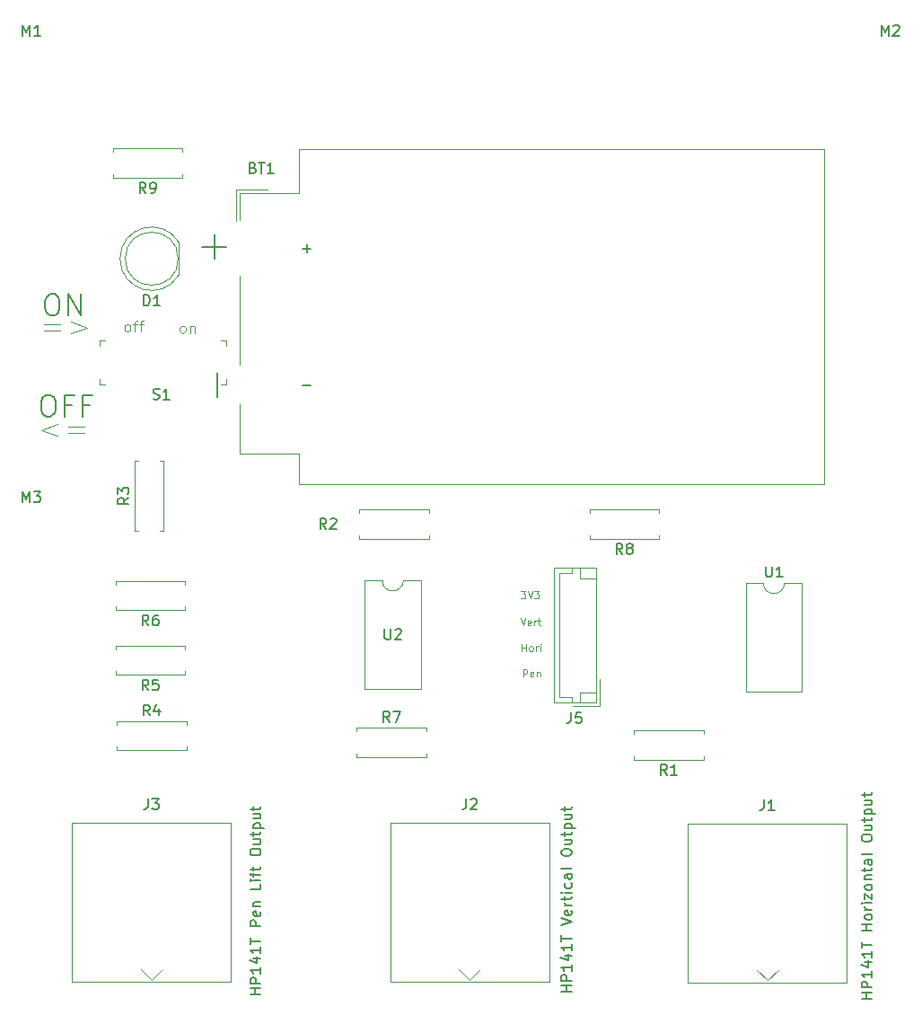
<source format=gto>
%TF.GenerationSoftware,KiCad,Pcbnew,7.0.11-7.0.11~ubuntu22.04.1*%
%TF.CreationDate,2025-04-04T02:52:59+02:00*%
%TF.ProjectId,signal-conditioning-pcb,7369676e-616c-42d6-936f-6e646974696f,rev?*%
%TF.SameCoordinates,Original*%
%TF.FileFunction,Legend,Top*%
%TF.FilePolarity,Positive*%
%FSLAX46Y46*%
G04 Gerber Fmt 4.6, Leading zero omitted, Abs format (unit mm)*
G04 Created by KiCad (PCBNEW 7.0.11-7.0.11~ubuntu22.04.1) date 2025-04-04 02:52:59*
%MOMM*%
%LPD*%
G01*
G04 APERTURE LIST*
%ADD10C,0.100000*%
%ADD11C,0.200000*%
%ADD12C,0.150000*%
%ADD13C,0.120000*%
G04 APERTURE END LIST*
D10*
X145774455Y-94397133D02*
X145774455Y-93697133D01*
X145774455Y-93697133D02*
X146041122Y-93697133D01*
X146041122Y-93697133D02*
X146107789Y-93730466D01*
X146107789Y-93730466D02*
X146141122Y-93763800D01*
X146141122Y-93763800D02*
X146174455Y-93830466D01*
X146174455Y-93830466D02*
X146174455Y-93930466D01*
X146174455Y-93930466D02*
X146141122Y-93997133D01*
X146141122Y-93997133D02*
X146107789Y-94030466D01*
X146107789Y-94030466D02*
X146041122Y-94063800D01*
X146041122Y-94063800D02*
X145774455Y-94063800D01*
X146741122Y-94363800D02*
X146674455Y-94397133D01*
X146674455Y-94397133D02*
X146541122Y-94397133D01*
X146541122Y-94397133D02*
X146474455Y-94363800D01*
X146474455Y-94363800D02*
X146441122Y-94297133D01*
X146441122Y-94297133D02*
X146441122Y-94030466D01*
X146441122Y-94030466D02*
X146474455Y-93963800D01*
X146474455Y-93963800D02*
X146541122Y-93930466D01*
X146541122Y-93930466D02*
X146674455Y-93930466D01*
X146674455Y-93930466D02*
X146741122Y-93963800D01*
X146741122Y-93963800D02*
X146774455Y-94030466D01*
X146774455Y-94030466D02*
X146774455Y-94097133D01*
X146774455Y-94097133D02*
X146441122Y-94163800D01*
X147074455Y-93930466D02*
X147074455Y-94397133D01*
X147074455Y-93997133D02*
X147107789Y-93963800D01*
X147107789Y-93963800D02*
X147174455Y-93930466D01*
X147174455Y-93930466D02*
X147274455Y-93930466D01*
X147274455Y-93930466D02*
X147341122Y-93963800D01*
X147341122Y-93963800D02*
X147374455Y-94030466D01*
X147374455Y-94030466D02*
X147374455Y-94397133D01*
X145647455Y-91984133D02*
X145647455Y-91284133D01*
X145647455Y-91617466D02*
X146047455Y-91617466D01*
X146047455Y-91984133D02*
X146047455Y-91284133D01*
X146480788Y-91984133D02*
X146414122Y-91950800D01*
X146414122Y-91950800D02*
X146380788Y-91917466D01*
X146380788Y-91917466D02*
X146347455Y-91850800D01*
X146347455Y-91850800D02*
X146347455Y-91650800D01*
X146347455Y-91650800D02*
X146380788Y-91584133D01*
X146380788Y-91584133D02*
X146414122Y-91550800D01*
X146414122Y-91550800D02*
X146480788Y-91517466D01*
X146480788Y-91517466D02*
X146580788Y-91517466D01*
X146580788Y-91517466D02*
X146647455Y-91550800D01*
X146647455Y-91550800D02*
X146680788Y-91584133D01*
X146680788Y-91584133D02*
X146714122Y-91650800D01*
X146714122Y-91650800D02*
X146714122Y-91850800D01*
X146714122Y-91850800D02*
X146680788Y-91917466D01*
X146680788Y-91917466D02*
X146647455Y-91950800D01*
X146647455Y-91950800D02*
X146580788Y-91984133D01*
X146580788Y-91984133D02*
X146480788Y-91984133D01*
X147014121Y-91984133D02*
X147014121Y-91517466D01*
X147014121Y-91650800D02*
X147047455Y-91584133D01*
X147047455Y-91584133D02*
X147080788Y-91550800D01*
X147080788Y-91550800D02*
X147147455Y-91517466D01*
X147147455Y-91517466D02*
X147214121Y-91517466D01*
X147447454Y-91984133D02*
X147447454Y-91517466D01*
X147447454Y-91284133D02*
X147414121Y-91317466D01*
X147414121Y-91317466D02*
X147447454Y-91350800D01*
X147447454Y-91350800D02*
X147480788Y-91317466D01*
X147480788Y-91317466D02*
X147447454Y-91284133D01*
X147447454Y-91284133D02*
X147447454Y-91350800D01*
X145547455Y-88871133D02*
X145780789Y-89571133D01*
X145780789Y-89571133D02*
X146014122Y-88871133D01*
X146514122Y-89537800D02*
X146447455Y-89571133D01*
X146447455Y-89571133D02*
X146314122Y-89571133D01*
X146314122Y-89571133D02*
X146247455Y-89537800D01*
X146247455Y-89537800D02*
X146214122Y-89471133D01*
X146214122Y-89471133D02*
X146214122Y-89204466D01*
X146214122Y-89204466D02*
X146247455Y-89137800D01*
X146247455Y-89137800D02*
X146314122Y-89104466D01*
X146314122Y-89104466D02*
X146447455Y-89104466D01*
X146447455Y-89104466D02*
X146514122Y-89137800D01*
X146514122Y-89137800D02*
X146547455Y-89204466D01*
X146547455Y-89204466D02*
X146547455Y-89271133D01*
X146547455Y-89271133D02*
X146214122Y-89337800D01*
X146847455Y-89571133D02*
X146847455Y-89104466D01*
X146847455Y-89237800D02*
X146880789Y-89171133D01*
X146880789Y-89171133D02*
X146914122Y-89137800D01*
X146914122Y-89137800D02*
X146980789Y-89104466D01*
X146980789Y-89104466D02*
X147047455Y-89104466D01*
X147180788Y-89104466D02*
X147447455Y-89104466D01*
X147280788Y-88871133D02*
X147280788Y-89471133D01*
X147280788Y-89471133D02*
X147314122Y-89537800D01*
X147314122Y-89537800D02*
X147380788Y-89571133D01*
X147380788Y-89571133D02*
X147447455Y-89571133D01*
X145580789Y-86331133D02*
X146014122Y-86331133D01*
X146014122Y-86331133D02*
X145780789Y-86597800D01*
X145780789Y-86597800D02*
X145880789Y-86597800D01*
X145880789Y-86597800D02*
X145947455Y-86631133D01*
X145947455Y-86631133D02*
X145980789Y-86664466D01*
X145980789Y-86664466D02*
X146014122Y-86731133D01*
X146014122Y-86731133D02*
X146014122Y-86897800D01*
X146014122Y-86897800D02*
X145980789Y-86964466D01*
X145980789Y-86964466D02*
X145947455Y-86997800D01*
X145947455Y-86997800D02*
X145880789Y-87031133D01*
X145880789Y-87031133D02*
X145680789Y-87031133D01*
X145680789Y-87031133D02*
X145614122Y-86997800D01*
X145614122Y-86997800D02*
X145580789Y-86964466D01*
X146214122Y-86331133D02*
X146447456Y-87031133D01*
X146447456Y-87031133D02*
X146680789Y-86331133D01*
X146847456Y-86331133D02*
X147280789Y-86331133D01*
X147280789Y-86331133D02*
X147047456Y-86597800D01*
X147047456Y-86597800D02*
X147147456Y-86597800D01*
X147147456Y-86597800D02*
X147214122Y-86631133D01*
X147214122Y-86631133D02*
X147247456Y-86664466D01*
X147247456Y-86664466D02*
X147280789Y-86731133D01*
X147280789Y-86731133D02*
X147280789Y-86897800D01*
X147280789Y-86897800D02*
X147247456Y-86964466D01*
X147247456Y-86964466D02*
X147214122Y-86997800D01*
X147214122Y-86997800D02*
X147147456Y-87031133D01*
X147147456Y-87031133D02*
X146947456Y-87031133D01*
X146947456Y-87031133D02*
X146880789Y-86997800D01*
X146880789Y-86997800D02*
X146847456Y-86964466D01*
D11*
X178683219Y-124725326D02*
X177683219Y-124725326D01*
X178159409Y-124725326D02*
X178159409Y-124153898D01*
X178683219Y-124153898D02*
X177683219Y-124153898D01*
X178683219Y-123677707D02*
X177683219Y-123677707D01*
X177683219Y-123677707D02*
X177683219Y-123296755D01*
X177683219Y-123296755D02*
X177730838Y-123201517D01*
X177730838Y-123201517D02*
X177778457Y-123153898D01*
X177778457Y-123153898D02*
X177873695Y-123106279D01*
X177873695Y-123106279D02*
X178016552Y-123106279D01*
X178016552Y-123106279D02*
X178111790Y-123153898D01*
X178111790Y-123153898D02*
X178159409Y-123201517D01*
X178159409Y-123201517D02*
X178207028Y-123296755D01*
X178207028Y-123296755D02*
X178207028Y-123677707D01*
X178683219Y-122153898D02*
X178683219Y-122725326D01*
X178683219Y-122439612D02*
X177683219Y-122439612D01*
X177683219Y-122439612D02*
X177826076Y-122534850D01*
X177826076Y-122534850D02*
X177921314Y-122630088D01*
X177921314Y-122630088D02*
X177968933Y-122725326D01*
X178016552Y-121296755D02*
X178683219Y-121296755D01*
X177635600Y-121534850D02*
X178349885Y-121772945D01*
X178349885Y-121772945D02*
X178349885Y-121153898D01*
X178683219Y-120249136D02*
X178683219Y-120820564D01*
X178683219Y-120534850D02*
X177683219Y-120534850D01*
X177683219Y-120534850D02*
X177826076Y-120630088D01*
X177826076Y-120630088D02*
X177921314Y-120725326D01*
X177921314Y-120725326D02*
X177968933Y-120820564D01*
X177683219Y-119963421D02*
X177683219Y-119391993D01*
X178683219Y-119677707D02*
X177683219Y-119677707D01*
X178683219Y-118296754D02*
X177683219Y-118296754D01*
X178159409Y-118296754D02*
X178159409Y-117725326D01*
X178683219Y-117725326D02*
X177683219Y-117725326D01*
X178683219Y-117106278D02*
X178635600Y-117201516D01*
X178635600Y-117201516D02*
X178587980Y-117249135D01*
X178587980Y-117249135D02*
X178492742Y-117296754D01*
X178492742Y-117296754D02*
X178207028Y-117296754D01*
X178207028Y-117296754D02*
X178111790Y-117249135D01*
X178111790Y-117249135D02*
X178064171Y-117201516D01*
X178064171Y-117201516D02*
X178016552Y-117106278D01*
X178016552Y-117106278D02*
X178016552Y-116963421D01*
X178016552Y-116963421D02*
X178064171Y-116868183D01*
X178064171Y-116868183D02*
X178111790Y-116820564D01*
X178111790Y-116820564D02*
X178207028Y-116772945D01*
X178207028Y-116772945D02*
X178492742Y-116772945D01*
X178492742Y-116772945D02*
X178587980Y-116820564D01*
X178587980Y-116820564D02*
X178635600Y-116868183D01*
X178635600Y-116868183D02*
X178683219Y-116963421D01*
X178683219Y-116963421D02*
X178683219Y-117106278D01*
X178683219Y-116344373D02*
X178016552Y-116344373D01*
X178207028Y-116344373D02*
X178111790Y-116296754D01*
X178111790Y-116296754D02*
X178064171Y-116249135D01*
X178064171Y-116249135D02*
X178016552Y-116153897D01*
X178016552Y-116153897D02*
X178016552Y-116058659D01*
X178683219Y-115725325D02*
X178016552Y-115725325D01*
X177683219Y-115725325D02*
X177730838Y-115772944D01*
X177730838Y-115772944D02*
X177778457Y-115725325D01*
X177778457Y-115725325D02*
X177730838Y-115677706D01*
X177730838Y-115677706D02*
X177683219Y-115725325D01*
X177683219Y-115725325D02*
X177778457Y-115725325D01*
X178016552Y-115344373D02*
X178016552Y-114820564D01*
X178016552Y-114820564D02*
X178683219Y-115344373D01*
X178683219Y-115344373D02*
X178683219Y-114820564D01*
X178683219Y-114296754D02*
X178635600Y-114391992D01*
X178635600Y-114391992D02*
X178587980Y-114439611D01*
X178587980Y-114439611D02*
X178492742Y-114487230D01*
X178492742Y-114487230D02*
X178207028Y-114487230D01*
X178207028Y-114487230D02*
X178111790Y-114439611D01*
X178111790Y-114439611D02*
X178064171Y-114391992D01*
X178064171Y-114391992D02*
X178016552Y-114296754D01*
X178016552Y-114296754D02*
X178016552Y-114153897D01*
X178016552Y-114153897D02*
X178064171Y-114058659D01*
X178064171Y-114058659D02*
X178111790Y-114011040D01*
X178111790Y-114011040D02*
X178207028Y-113963421D01*
X178207028Y-113963421D02*
X178492742Y-113963421D01*
X178492742Y-113963421D02*
X178587980Y-114011040D01*
X178587980Y-114011040D02*
X178635600Y-114058659D01*
X178635600Y-114058659D02*
X178683219Y-114153897D01*
X178683219Y-114153897D02*
X178683219Y-114296754D01*
X178016552Y-113534849D02*
X178683219Y-113534849D01*
X178111790Y-113534849D02*
X178064171Y-113487230D01*
X178064171Y-113487230D02*
X178016552Y-113391992D01*
X178016552Y-113391992D02*
X178016552Y-113249135D01*
X178016552Y-113249135D02*
X178064171Y-113153897D01*
X178064171Y-113153897D02*
X178159409Y-113106278D01*
X178159409Y-113106278D02*
X178683219Y-113106278D01*
X178016552Y-112772944D02*
X178016552Y-112391992D01*
X177683219Y-112630087D02*
X178540361Y-112630087D01*
X178540361Y-112630087D02*
X178635600Y-112582468D01*
X178635600Y-112582468D02*
X178683219Y-112487230D01*
X178683219Y-112487230D02*
X178683219Y-112391992D01*
X178683219Y-111630087D02*
X178159409Y-111630087D01*
X178159409Y-111630087D02*
X178064171Y-111677706D01*
X178064171Y-111677706D02*
X178016552Y-111772944D01*
X178016552Y-111772944D02*
X178016552Y-111963420D01*
X178016552Y-111963420D02*
X178064171Y-112058658D01*
X178635600Y-111630087D02*
X178683219Y-111725325D01*
X178683219Y-111725325D02*
X178683219Y-111963420D01*
X178683219Y-111963420D02*
X178635600Y-112058658D01*
X178635600Y-112058658D02*
X178540361Y-112106277D01*
X178540361Y-112106277D02*
X178445123Y-112106277D01*
X178445123Y-112106277D02*
X178349885Y-112058658D01*
X178349885Y-112058658D02*
X178302266Y-111963420D01*
X178302266Y-111963420D02*
X178302266Y-111725325D01*
X178302266Y-111725325D02*
X178254647Y-111630087D01*
X178683219Y-111011039D02*
X178635600Y-111106277D01*
X178635600Y-111106277D02*
X178540361Y-111153896D01*
X178540361Y-111153896D02*
X177683219Y-111153896D01*
X177683219Y-109677705D02*
X177683219Y-109487229D01*
X177683219Y-109487229D02*
X177730838Y-109391991D01*
X177730838Y-109391991D02*
X177826076Y-109296753D01*
X177826076Y-109296753D02*
X178016552Y-109249134D01*
X178016552Y-109249134D02*
X178349885Y-109249134D01*
X178349885Y-109249134D02*
X178540361Y-109296753D01*
X178540361Y-109296753D02*
X178635600Y-109391991D01*
X178635600Y-109391991D02*
X178683219Y-109487229D01*
X178683219Y-109487229D02*
X178683219Y-109677705D01*
X178683219Y-109677705D02*
X178635600Y-109772943D01*
X178635600Y-109772943D02*
X178540361Y-109868181D01*
X178540361Y-109868181D02*
X178349885Y-109915800D01*
X178349885Y-109915800D02*
X178016552Y-109915800D01*
X178016552Y-109915800D02*
X177826076Y-109868181D01*
X177826076Y-109868181D02*
X177730838Y-109772943D01*
X177730838Y-109772943D02*
X177683219Y-109677705D01*
X178016552Y-108391991D02*
X178683219Y-108391991D01*
X178016552Y-108820562D02*
X178540361Y-108820562D01*
X178540361Y-108820562D02*
X178635600Y-108772943D01*
X178635600Y-108772943D02*
X178683219Y-108677705D01*
X178683219Y-108677705D02*
X178683219Y-108534848D01*
X178683219Y-108534848D02*
X178635600Y-108439610D01*
X178635600Y-108439610D02*
X178587980Y-108391991D01*
X178016552Y-108058657D02*
X178016552Y-107677705D01*
X177683219Y-107915800D02*
X178540361Y-107915800D01*
X178540361Y-107915800D02*
X178635600Y-107868181D01*
X178635600Y-107868181D02*
X178683219Y-107772943D01*
X178683219Y-107772943D02*
X178683219Y-107677705D01*
X178016552Y-107344371D02*
X179016552Y-107344371D01*
X178064171Y-107344371D02*
X178016552Y-107249133D01*
X178016552Y-107249133D02*
X178016552Y-107058657D01*
X178016552Y-107058657D02*
X178064171Y-106963419D01*
X178064171Y-106963419D02*
X178111790Y-106915800D01*
X178111790Y-106915800D02*
X178207028Y-106868181D01*
X178207028Y-106868181D02*
X178492742Y-106868181D01*
X178492742Y-106868181D02*
X178587980Y-106915800D01*
X178587980Y-106915800D02*
X178635600Y-106963419D01*
X178635600Y-106963419D02*
X178683219Y-107058657D01*
X178683219Y-107058657D02*
X178683219Y-107249133D01*
X178683219Y-107249133D02*
X178635600Y-107344371D01*
X178016552Y-106011038D02*
X178683219Y-106011038D01*
X178016552Y-106439609D02*
X178540361Y-106439609D01*
X178540361Y-106439609D02*
X178635600Y-106391990D01*
X178635600Y-106391990D02*
X178683219Y-106296752D01*
X178683219Y-106296752D02*
X178683219Y-106153895D01*
X178683219Y-106153895D02*
X178635600Y-106058657D01*
X178635600Y-106058657D02*
X178587980Y-106011038D01*
X178016552Y-105677704D02*
X178016552Y-105296752D01*
X177683219Y-105534847D02*
X178540361Y-105534847D01*
X178540361Y-105534847D02*
X178635600Y-105487228D01*
X178635600Y-105487228D02*
X178683219Y-105391990D01*
X178683219Y-105391990D02*
X178683219Y-105296752D01*
X150362219Y-124090326D02*
X149362219Y-124090326D01*
X149838409Y-124090326D02*
X149838409Y-123518898D01*
X150362219Y-123518898D02*
X149362219Y-123518898D01*
X150362219Y-123042707D02*
X149362219Y-123042707D01*
X149362219Y-123042707D02*
X149362219Y-122661755D01*
X149362219Y-122661755D02*
X149409838Y-122566517D01*
X149409838Y-122566517D02*
X149457457Y-122518898D01*
X149457457Y-122518898D02*
X149552695Y-122471279D01*
X149552695Y-122471279D02*
X149695552Y-122471279D01*
X149695552Y-122471279D02*
X149790790Y-122518898D01*
X149790790Y-122518898D02*
X149838409Y-122566517D01*
X149838409Y-122566517D02*
X149886028Y-122661755D01*
X149886028Y-122661755D02*
X149886028Y-123042707D01*
X150362219Y-121518898D02*
X150362219Y-122090326D01*
X150362219Y-121804612D02*
X149362219Y-121804612D01*
X149362219Y-121804612D02*
X149505076Y-121899850D01*
X149505076Y-121899850D02*
X149600314Y-121995088D01*
X149600314Y-121995088D02*
X149647933Y-122090326D01*
X149695552Y-120661755D02*
X150362219Y-120661755D01*
X149314600Y-120899850D02*
X150028885Y-121137945D01*
X150028885Y-121137945D02*
X150028885Y-120518898D01*
X150362219Y-119614136D02*
X150362219Y-120185564D01*
X150362219Y-119899850D02*
X149362219Y-119899850D01*
X149362219Y-119899850D02*
X149505076Y-119995088D01*
X149505076Y-119995088D02*
X149600314Y-120090326D01*
X149600314Y-120090326D02*
X149647933Y-120185564D01*
X149362219Y-119328421D02*
X149362219Y-118756993D01*
X150362219Y-119042707D02*
X149362219Y-119042707D01*
X149362219Y-117804611D02*
X150362219Y-117471278D01*
X150362219Y-117471278D02*
X149362219Y-117137945D01*
X150314600Y-116423659D02*
X150362219Y-116518897D01*
X150362219Y-116518897D02*
X150362219Y-116709373D01*
X150362219Y-116709373D02*
X150314600Y-116804611D01*
X150314600Y-116804611D02*
X150219361Y-116852230D01*
X150219361Y-116852230D02*
X149838409Y-116852230D01*
X149838409Y-116852230D02*
X149743171Y-116804611D01*
X149743171Y-116804611D02*
X149695552Y-116709373D01*
X149695552Y-116709373D02*
X149695552Y-116518897D01*
X149695552Y-116518897D02*
X149743171Y-116423659D01*
X149743171Y-116423659D02*
X149838409Y-116376040D01*
X149838409Y-116376040D02*
X149933647Y-116376040D01*
X149933647Y-116376040D02*
X150028885Y-116852230D01*
X150362219Y-115947468D02*
X149695552Y-115947468D01*
X149886028Y-115947468D02*
X149790790Y-115899849D01*
X149790790Y-115899849D02*
X149743171Y-115852230D01*
X149743171Y-115852230D02*
X149695552Y-115756992D01*
X149695552Y-115756992D02*
X149695552Y-115661754D01*
X149695552Y-115471277D02*
X149695552Y-115090325D01*
X149362219Y-115328420D02*
X150219361Y-115328420D01*
X150219361Y-115328420D02*
X150314600Y-115280801D01*
X150314600Y-115280801D02*
X150362219Y-115185563D01*
X150362219Y-115185563D02*
X150362219Y-115090325D01*
X150362219Y-114756991D02*
X149695552Y-114756991D01*
X149362219Y-114756991D02*
X149409838Y-114804610D01*
X149409838Y-114804610D02*
X149457457Y-114756991D01*
X149457457Y-114756991D02*
X149409838Y-114709372D01*
X149409838Y-114709372D02*
X149362219Y-114756991D01*
X149362219Y-114756991D02*
X149457457Y-114756991D01*
X150314600Y-113852230D02*
X150362219Y-113947468D01*
X150362219Y-113947468D02*
X150362219Y-114137944D01*
X150362219Y-114137944D02*
X150314600Y-114233182D01*
X150314600Y-114233182D02*
X150266980Y-114280801D01*
X150266980Y-114280801D02*
X150171742Y-114328420D01*
X150171742Y-114328420D02*
X149886028Y-114328420D01*
X149886028Y-114328420D02*
X149790790Y-114280801D01*
X149790790Y-114280801D02*
X149743171Y-114233182D01*
X149743171Y-114233182D02*
X149695552Y-114137944D01*
X149695552Y-114137944D02*
X149695552Y-113947468D01*
X149695552Y-113947468D02*
X149743171Y-113852230D01*
X150362219Y-112995087D02*
X149838409Y-112995087D01*
X149838409Y-112995087D02*
X149743171Y-113042706D01*
X149743171Y-113042706D02*
X149695552Y-113137944D01*
X149695552Y-113137944D02*
X149695552Y-113328420D01*
X149695552Y-113328420D02*
X149743171Y-113423658D01*
X150314600Y-112995087D02*
X150362219Y-113090325D01*
X150362219Y-113090325D02*
X150362219Y-113328420D01*
X150362219Y-113328420D02*
X150314600Y-113423658D01*
X150314600Y-113423658D02*
X150219361Y-113471277D01*
X150219361Y-113471277D02*
X150124123Y-113471277D01*
X150124123Y-113471277D02*
X150028885Y-113423658D01*
X150028885Y-113423658D02*
X149981266Y-113328420D01*
X149981266Y-113328420D02*
X149981266Y-113090325D01*
X149981266Y-113090325D02*
X149933647Y-112995087D01*
X150362219Y-112376039D02*
X150314600Y-112471277D01*
X150314600Y-112471277D02*
X150219361Y-112518896D01*
X150219361Y-112518896D02*
X149362219Y-112518896D01*
X149362219Y-111042705D02*
X149362219Y-110852229D01*
X149362219Y-110852229D02*
X149409838Y-110756991D01*
X149409838Y-110756991D02*
X149505076Y-110661753D01*
X149505076Y-110661753D02*
X149695552Y-110614134D01*
X149695552Y-110614134D02*
X150028885Y-110614134D01*
X150028885Y-110614134D02*
X150219361Y-110661753D01*
X150219361Y-110661753D02*
X150314600Y-110756991D01*
X150314600Y-110756991D02*
X150362219Y-110852229D01*
X150362219Y-110852229D02*
X150362219Y-111042705D01*
X150362219Y-111042705D02*
X150314600Y-111137943D01*
X150314600Y-111137943D02*
X150219361Y-111233181D01*
X150219361Y-111233181D02*
X150028885Y-111280800D01*
X150028885Y-111280800D02*
X149695552Y-111280800D01*
X149695552Y-111280800D02*
X149505076Y-111233181D01*
X149505076Y-111233181D02*
X149409838Y-111137943D01*
X149409838Y-111137943D02*
X149362219Y-111042705D01*
X149695552Y-109756991D02*
X150362219Y-109756991D01*
X149695552Y-110185562D02*
X150219361Y-110185562D01*
X150219361Y-110185562D02*
X150314600Y-110137943D01*
X150314600Y-110137943D02*
X150362219Y-110042705D01*
X150362219Y-110042705D02*
X150362219Y-109899848D01*
X150362219Y-109899848D02*
X150314600Y-109804610D01*
X150314600Y-109804610D02*
X150266980Y-109756991D01*
X149695552Y-109423657D02*
X149695552Y-109042705D01*
X149362219Y-109280800D02*
X150219361Y-109280800D01*
X150219361Y-109280800D02*
X150314600Y-109233181D01*
X150314600Y-109233181D02*
X150362219Y-109137943D01*
X150362219Y-109137943D02*
X150362219Y-109042705D01*
X149695552Y-108709371D02*
X150695552Y-108709371D01*
X149743171Y-108709371D02*
X149695552Y-108614133D01*
X149695552Y-108614133D02*
X149695552Y-108423657D01*
X149695552Y-108423657D02*
X149743171Y-108328419D01*
X149743171Y-108328419D02*
X149790790Y-108280800D01*
X149790790Y-108280800D02*
X149886028Y-108233181D01*
X149886028Y-108233181D02*
X150171742Y-108233181D01*
X150171742Y-108233181D02*
X150266980Y-108280800D01*
X150266980Y-108280800D02*
X150314600Y-108328419D01*
X150314600Y-108328419D02*
X150362219Y-108423657D01*
X150362219Y-108423657D02*
X150362219Y-108614133D01*
X150362219Y-108614133D02*
X150314600Y-108709371D01*
X149695552Y-107376038D02*
X150362219Y-107376038D01*
X149695552Y-107804609D02*
X150219361Y-107804609D01*
X150219361Y-107804609D02*
X150314600Y-107756990D01*
X150314600Y-107756990D02*
X150362219Y-107661752D01*
X150362219Y-107661752D02*
X150362219Y-107518895D01*
X150362219Y-107518895D02*
X150314600Y-107423657D01*
X150314600Y-107423657D02*
X150266980Y-107376038D01*
X149695552Y-107042704D02*
X149695552Y-106661752D01*
X149362219Y-106899847D02*
X150219361Y-106899847D01*
X150219361Y-106899847D02*
X150314600Y-106852228D01*
X150314600Y-106852228D02*
X150362219Y-106756990D01*
X150362219Y-106756990D02*
X150362219Y-106661752D01*
X121025219Y-124344326D02*
X120025219Y-124344326D01*
X120501409Y-124344326D02*
X120501409Y-123772898D01*
X121025219Y-123772898D02*
X120025219Y-123772898D01*
X121025219Y-123296707D02*
X120025219Y-123296707D01*
X120025219Y-123296707D02*
X120025219Y-122915755D01*
X120025219Y-122915755D02*
X120072838Y-122820517D01*
X120072838Y-122820517D02*
X120120457Y-122772898D01*
X120120457Y-122772898D02*
X120215695Y-122725279D01*
X120215695Y-122725279D02*
X120358552Y-122725279D01*
X120358552Y-122725279D02*
X120453790Y-122772898D01*
X120453790Y-122772898D02*
X120501409Y-122820517D01*
X120501409Y-122820517D02*
X120549028Y-122915755D01*
X120549028Y-122915755D02*
X120549028Y-123296707D01*
X121025219Y-121772898D02*
X121025219Y-122344326D01*
X121025219Y-122058612D02*
X120025219Y-122058612D01*
X120025219Y-122058612D02*
X120168076Y-122153850D01*
X120168076Y-122153850D02*
X120263314Y-122249088D01*
X120263314Y-122249088D02*
X120310933Y-122344326D01*
X120358552Y-120915755D02*
X121025219Y-120915755D01*
X119977600Y-121153850D02*
X120691885Y-121391945D01*
X120691885Y-121391945D02*
X120691885Y-120772898D01*
X121025219Y-119868136D02*
X121025219Y-120439564D01*
X121025219Y-120153850D02*
X120025219Y-120153850D01*
X120025219Y-120153850D02*
X120168076Y-120249088D01*
X120168076Y-120249088D02*
X120263314Y-120344326D01*
X120263314Y-120344326D02*
X120310933Y-120439564D01*
X120025219Y-119582421D02*
X120025219Y-119010993D01*
X121025219Y-119296707D02*
X120025219Y-119296707D01*
X121025219Y-117915754D02*
X120025219Y-117915754D01*
X120025219Y-117915754D02*
X120025219Y-117534802D01*
X120025219Y-117534802D02*
X120072838Y-117439564D01*
X120072838Y-117439564D02*
X120120457Y-117391945D01*
X120120457Y-117391945D02*
X120215695Y-117344326D01*
X120215695Y-117344326D02*
X120358552Y-117344326D01*
X120358552Y-117344326D02*
X120453790Y-117391945D01*
X120453790Y-117391945D02*
X120501409Y-117439564D01*
X120501409Y-117439564D02*
X120549028Y-117534802D01*
X120549028Y-117534802D02*
X120549028Y-117915754D01*
X120977600Y-116534802D02*
X121025219Y-116630040D01*
X121025219Y-116630040D02*
X121025219Y-116820516D01*
X121025219Y-116820516D02*
X120977600Y-116915754D01*
X120977600Y-116915754D02*
X120882361Y-116963373D01*
X120882361Y-116963373D02*
X120501409Y-116963373D01*
X120501409Y-116963373D02*
X120406171Y-116915754D01*
X120406171Y-116915754D02*
X120358552Y-116820516D01*
X120358552Y-116820516D02*
X120358552Y-116630040D01*
X120358552Y-116630040D02*
X120406171Y-116534802D01*
X120406171Y-116534802D02*
X120501409Y-116487183D01*
X120501409Y-116487183D02*
X120596647Y-116487183D01*
X120596647Y-116487183D02*
X120691885Y-116963373D01*
X120358552Y-116058611D02*
X121025219Y-116058611D01*
X120453790Y-116058611D02*
X120406171Y-116010992D01*
X120406171Y-116010992D02*
X120358552Y-115915754D01*
X120358552Y-115915754D02*
X120358552Y-115772897D01*
X120358552Y-115772897D02*
X120406171Y-115677659D01*
X120406171Y-115677659D02*
X120501409Y-115630040D01*
X120501409Y-115630040D02*
X121025219Y-115630040D01*
X121025219Y-113915754D02*
X121025219Y-114391944D01*
X121025219Y-114391944D02*
X120025219Y-114391944D01*
X121025219Y-113582420D02*
X120358552Y-113582420D01*
X120025219Y-113582420D02*
X120072838Y-113630039D01*
X120072838Y-113630039D02*
X120120457Y-113582420D01*
X120120457Y-113582420D02*
X120072838Y-113534801D01*
X120072838Y-113534801D02*
X120025219Y-113582420D01*
X120025219Y-113582420D02*
X120120457Y-113582420D01*
X120358552Y-113249087D02*
X120358552Y-112868135D01*
X121025219Y-113106230D02*
X120168076Y-113106230D01*
X120168076Y-113106230D02*
X120072838Y-113058611D01*
X120072838Y-113058611D02*
X120025219Y-112963373D01*
X120025219Y-112963373D02*
X120025219Y-112868135D01*
X120358552Y-112677658D02*
X120358552Y-112296706D01*
X120025219Y-112534801D02*
X120882361Y-112534801D01*
X120882361Y-112534801D02*
X120977600Y-112487182D01*
X120977600Y-112487182D02*
X121025219Y-112391944D01*
X121025219Y-112391944D02*
X121025219Y-112296706D01*
X120025219Y-111010991D02*
X120025219Y-110820515D01*
X120025219Y-110820515D02*
X120072838Y-110725277D01*
X120072838Y-110725277D02*
X120168076Y-110630039D01*
X120168076Y-110630039D02*
X120358552Y-110582420D01*
X120358552Y-110582420D02*
X120691885Y-110582420D01*
X120691885Y-110582420D02*
X120882361Y-110630039D01*
X120882361Y-110630039D02*
X120977600Y-110725277D01*
X120977600Y-110725277D02*
X121025219Y-110820515D01*
X121025219Y-110820515D02*
X121025219Y-111010991D01*
X121025219Y-111010991D02*
X120977600Y-111106229D01*
X120977600Y-111106229D02*
X120882361Y-111201467D01*
X120882361Y-111201467D02*
X120691885Y-111249086D01*
X120691885Y-111249086D02*
X120358552Y-111249086D01*
X120358552Y-111249086D02*
X120168076Y-111201467D01*
X120168076Y-111201467D02*
X120072838Y-111106229D01*
X120072838Y-111106229D02*
X120025219Y-111010991D01*
X120358552Y-109725277D02*
X121025219Y-109725277D01*
X120358552Y-110153848D02*
X120882361Y-110153848D01*
X120882361Y-110153848D02*
X120977600Y-110106229D01*
X120977600Y-110106229D02*
X121025219Y-110010991D01*
X121025219Y-110010991D02*
X121025219Y-109868134D01*
X121025219Y-109868134D02*
X120977600Y-109772896D01*
X120977600Y-109772896D02*
X120929980Y-109725277D01*
X120358552Y-109391943D02*
X120358552Y-109010991D01*
X120025219Y-109249086D02*
X120882361Y-109249086D01*
X120882361Y-109249086D02*
X120977600Y-109201467D01*
X120977600Y-109201467D02*
X121025219Y-109106229D01*
X121025219Y-109106229D02*
X121025219Y-109010991D01*
X120358552Y-108677657D02*
X121358552Y-108677657D01*
X120406171Y-108677657D02*
X120358552Y-108582419D01*
X120358552Y-108582419D02*
X120358552Y-108391943D01*
X120358552Y-108391943D02*
X120406171Y-108296705D01*
X120406171Y-108296705D02*
X120453790Y-108249086D01*
X120453790Y-108249086D02*
X120549028Y-108201467D01*
X120549028Y-108201467D02*
X120834742Y-108201467D01*
X120834742Y-108201467D02*
X120929980Y-108249086D01*
X120929980Y-108249086D02*
X120977600Y-108296705D01*
X120977600Y-108296705D02*
X121025219Y-108391943D01*
X121025219Y-108391943D02*
X121025219Y-108582419D01*
X121025219Y-108582419D02*
X120977600Y-108677657D01*
X120358552Y-107344324D02*
X121025219Y-107344324D01*
X120358552Y-107772895D02*
X120882361Y-107772895D01*
X120882361Y-107772895D02*
X120977600Y-107725276D01*
X120977600Y-107725276D02*
X121025219Y-107630038D01*
X121025219Y-107630038D02*
X121025219Y-107487181D01*
X121025219Y-107487181D02*
X120977600Y-107391943D01*
X120977600Y-107391943D02*
X120929980Y-107344324D01*
X120358552Y-107010990D02*
X120358552Y-106630038D01*
X120025219Y-106868133D02*
X120882361Y-106868133D01*
X120882361Y-106868133D02*
X120977600Y-106820514D01*
X120977600Y-106820514D02*
X121025219Y-106725276D01*
X121025219Y-106725276D02*
X121025219Y-106630038D01*
D10*
X108396741Y-61848419D02*
X108301503Y-61800800D01*
X108301503Y-61800800D02*
X108253884Y-61753180D01*
X108253884Y-61753180D02*
X108206265Y-61657942D01*
X108206265Y-61657942D02*
X108206265Y-61372228D01*
X108206265Y-61372228D02*
X108253884Y-61276990D01*
X108253884Y-61276990D02*
X108301503Y-61229371D01*
X108301503Y-61229371D02*
X108396741Y-61181752D01*
X108396741Y-61181752D02*
X108539598Y-61181752D01*
X108539598Y-61181752D02*
X108634836Y-61229371D01*
X108634836Y-61229371D02*
X108682455Y-61276990D01*
X108682455Y-61276990D02*
X108730074Y-61372228D01*
X108730074Y-61372228D02*
X108730074Y-61657942D01*
X108730074Y-61657942D02*
X108682455Y-61753180D01*
X108682455Y-61753180D02*
X108634836Y-61800800D01*
X108634836Y-61800800D02*
X108539598Y-61848419D01*
X108539598Y-61848419D02*
X108396741Y-61848419D01*
X109015789Y-61181752D02*
X109396741Y-61181752D01*
X109158646Y-61848419D02*
X109158646Y-60991276D01*
X109158646Y-60991276D02*
X109206265Y-60896038D01*
X109206265Y-60896038D02*
X109301503Y-60848419D01*
X109301503Y-60848419D02*
X109396741Y-60848419D01*
X109587218Y-61181752D02*
X109968170Y-61181752D01*
X109730075Y-61848419D02*
X109730075Y-60991276D01*
X109730075Y-60991276D02*
X109777694Y-60896038D01*
X109777694Y-60896038D02*
X109872932Y-60848419D01*
X109872932Y-60848419D02*
X109968170Y-60848419D01*
X113603741Y-61975419D02*
X113508503Y-61927800D01*
X113508503Y-61927800D02*
X113460884Y-61880180D01*
X113460884Y-61880180D02*
X113413265Y-61784942D01*
X113413265Y-61784942D02*
X113413265Y-61499228D01*
X113413265Y-61499228D02*
X113460884Y-61403990D01*
X113460884Y-61403990D02*
X113508503Y-61356371D01*
X113508503Y-61356371D02*
X113603741Y-61308752D01*
X113603741Y-61308752D02*
X113746598Y-61308752D01*
X113746598Y-61308752D02*
X113841836Y-61356371D01*
X113841836Y-61356371D02*
X113889455Y-61403990D01*
X113889455Y-61403990D02*
X113937074Y-61499228D01*
X113937074Y-61499228D02*
X113937074Y-61784942D01*
X113937074Y-61784942D02*
X113889455Y-61880180D01*
X113889455Y-61880180D02*
X113841836Y-61927800D01*
X113841836Y-61927800D02*
X113746598Y-61975419D01*
X113746598Y-61975419D02*
X113603741Y-61975419D01*
X114365646Y-61308752D02*
X114365646Y-61975419D01*
X114365646Y-61403990D02*
X114413265Y-61356371D01*
X114413265Y-61356371D02*
X114508503Y-61308752D01*
X114508503Y-61308752D02*
X114651360Y-61308752D01*
X114651360Y-61308752D02*
X114746598Y-61356371D01*
X114746598Y-61356371D02*
X114794217Y-61451609D01*
X114794217Y-61451609D02*
X114794217Y-61975419D01*
X100617979Y-61186419D02*
X102141789Y-61186419D01*
X102141789Y-61757847D02*
X100617979Y-61757847D01*
X103094169Y-60900704D02*
X104617979Y-61472133D01*
X104617979Y-61472133D02*
X103094169Y-62043561D01*
D11*
X101191720Y-58323838D02*
X101572673Y-58323838D01*
X101572673Y-58323838D02*
X101763149Y-58419076D01*
X101763149Y-58419076D02*
X101953625Y-58609552D01*
X101953625Y-58609552D02*
X102048863Y-58990504D01*
X102048863Y-58990504D02*
X102048863Y-59657171D01*
X102048863Y-59657171D02*
X101953625Y-60038123D01*
X101953625Y-60038123D02*
X101763149Y-60228600D01*
X101763149Y-60228600D02*
X101572673Y-60323838D01*
X101572673Y-60323838D02*
X101191720Y-60323838D01*
X101191720Y-60323838D02*
X101001244Y-60228600D01*
X101001244Y-60228600D02*
X100810768Y-60038123D01*
X100810768Y-60038123D02*
X100715530Y-59657171D01*
X100715530Y-59657171D02*
X100715530Y-58990504D01*
X100715530Y-58990504D02*
X100810768Y-58609552D01*
X100810768Y-58609552D02*
X101001244Y-58419076D01*
X101001244Y-58419076D02*
X101191720Y-58323838D01*
X102906006Y-60323838D02*
X102906006Y-58323838D01*
X102906006Y-58323838D02*
X104048863Y-60323838D01*
X104048863Y-60323838D02*
X104048863Y-58323838D01*
D10*
X101887789Y-70552704D02*
X100363979Y-71124133D01*
X100363979Y-71124133D02*
X101887789Y-71695561D01*
X102840169Y-70838419D02*
X104363979Y-70838419D01*
X104363979Y-71409847D02*
X102840169Y-71409847D01*
D11*
X100810720Y-67848838D02*
X101191673Y-67848838D01*
X101191673Y-67848838D02*
X101382149Y-67944076D01*
X101382149Y-67944076D02*
X101572625Y-68134552D01*
X101572625Y-68134552D02*
X101667863Y-68515504D01*
X101667863Y-68515504D02*
X101667863Y-69182171D01*
X101667863Y-69182171D02*
X101572625Y-69563123D01*
X101572625Y-69563123D02*
X101382149Y-69753600D01*
X101382149Y-69753600D02*
X101191673Y-69848838D01*
X101191673Y-69848838D02*
X100810720Y-69848838D01*
X100810720Y-69848838D02*
X100620244Y-69753600D01*
X100620244Y-69753600D02*
X100429768Y-69563123D01*
X100429768Y-69563123D02*
X100334530Y-69182171D01*
X100334530Y-69182171D02*
X100334530Y-68515504D01*
X100334530Y-68515504D02*
X100429768Y-68134552D01*
X100429768Y-68134552D02*
X100620244Y-67944076D01*
X100620244Y-67944076D02*
X100810720Y-67848838D01*
X103191673Y-68801219D02*
X102525006Y-68801219D01*
X102525006Y-69848838D02*
X102525006Y-67848838D01*
X102525006Y-67848838D02*
X103477387Y-67848838D01*
X104905959Y-68801219D02*
X104239292Y-68801219D01*
X104239292Y-69848838D02*
X104239292Y-67848838D01*
X104239292Y-67848838D02*
X105191673Y-67848838D01*
X116961266Y-67988136D02*
X116961266Y-65702422D01*
X115526863Y-53851600D02*
X117812578Y-53851600D01*
X116669720Y-54994457D02*
X116669720Y-52708742D01*
D12*
X150288666Y-97752819D02*
X150288666Y-98467104D01*
X150288666Y-98467104D02*
X150241047Y-98609961D01*
X150241047Y-98609961D02*
X150145809Y-98705200D01*
X150145809Y-98705200D02*
X150002952Y-98752819D01*
X150002952Y-98752819D02*
X149907714Y-98752819D01*
X151241047Y-97752819D02*
X150764857Y-97752819D01*
X150764857Y-97752819D02*
X150717238Y-98229009D01*
X150717238Y-98229009D02*
X150764857Y-98181390D01*
X150764857Y-98181390D02*
X150860095Y-98133771D01*
X150860095Y-98133771D02*
X151098190Y-98133771D01*
X151098190Y-98133771D02*
X151193428Y-98181390D01*
X151193428Y-98181390D02*
X151241047Y-98229009D01*
X151241047Y-98229009D02*
X151288666Y-98324247D01*
X151288666Y-98324247D02*
X151288666Y-98562342D01*
X151288666Y-98562342D02*
X151241047Y-98657580D01*
X151241047Y-98657580D02*
X151193428Y-98705200D01*
X151193428Y-98705200D02*
X151098190Y-98752819D01*
X151098190Y-98752819D02*
X150860095Y-98752819D01*
X150860095Y-98752819D02*
X150764857Y-98705200D01*
X150764857Y-98705200D02*
X150717238Y-98657580D01*
X110911095Y-68197200D02*
X111053952Y-68244819D01*
X111053952Y-68244819D02*
X111292047Y-68244819D01*
X111292047Y-68244819D02*
X111387285Y-68197200D01*
X111387285Y-68197200D02*
X111434904Y-68149580D01*
X111434904Y-68149580D02*
X111482523Y-68054342D01*
X111482523Y-68054342D02*
X111482523Y-67959104D01*
X111482523Y-67959104D02*
X111434904Y-67863866D01*
X111434904Y-67863866D02*
X111387285Y-67816247D01*
X111387285Y-67816247D02*
X111292047Y-67768628D01*
X111292047Y-67768628D02*
X111101571Y-67721009D01*
X111101571Y-67721009D02*
X111006333Y-67673390D01*
X111006333Y-67673390D02*
X110958714Y-67625771D01*
X110958714Y-67625771D02*
X110911095Y-67530533D01*
X110911095Y-67530533D02*
X110911095Y-67435295D01*
X110911095Y-67435295D02*
X110958714Y-67340057D01*
X110958714Y-67340057D02*
X111006333Y-67292438D01*
X111006333Y-67292438D02*
X111101571Y-67244819D01*
X111101571Y-67244819D02*
X111339666Y-67244819D01*
X111339666Y-67244819D02*
X111482523Y-67292438D01*
X112434904Y-68244819D02*
X111863476Y-68244819D01*
X112149190Y-68244819D02*
X112149190Y-67244819D01*
X112149190Y-67244819D02*
X112053952Y-67387676D01*
X112053952Y-67387676D02*
X111958714Y-67482914D01*
X111958714Y-67482914D02*
X111863476Y-67530533D01*
X120294285Y-46411009D02*
X120437142Y-46458628D01*
X120437142Y-46458628D02*
X120484761Y-46506247D01*
X120484761Y-46506247D02*
X120532380Y-46601485D01*
X120532380Y-46601485D02*
X120532380Y-46744342D01*
X120532380Y-46744342D02*
X120484761Y-46839580D01*
X120484761Y-46839580D02*
X120437142Y-46887200D01*
X120437142Y-46887200D02*
X120341904Y-46934819D01*
X120341904Y-46934819D02*
X119960952Y-46934819D01*
X119960952Y-46934819D02*
X119960952Y-45934819D01*
X119960952Y-45934819D02*
X120294285Y-45934819D01*
X120294285Y-45934819D02*
X120389523Y-45982438D01*
X120389523Y-45982438D02*
X120437142Y-46030057D01*
X120437142Y-46030057D02*
X120484761Y-46125295D01*
X120484761Y-46125295D02*
X120484761Y-46220533D01*
X120484761Y-46220533D02*
X120437142Y-46315771D01*
X120437142Y-46315771D02*
X120389523Y-46363390D01*
X120389523Y-46363390D02*
X120294285Y-46411009D01*
X120294285Y-46411009D02*
X119960952Y-46411009D01*
X120818095Y-45934819D02*
X121389523Y-45934819D01*
X121103809Y-46934819D02*
X121103809Y-45934819D01*
X122246666Y-46934819D02*
X121675238Y-46934819D01*
X121960952Y-46934819D02*
X121960952Y-45934819D01*
X121960952Y-45934819D02*
X121865714Y-46077676D01*
X121865714Y-46077676D02*
X121770476Y-46172914D01*
X121770476Y-46172914D02*
X121675238Y-46220533D01*
X125016779Y-66933866D02*
X125778684Y-66933866D01*
X125016779Y-54053866D02*
X125778684Y-54053866D01*
X125397731Y-54434819D02*
X125397731Y-53672914D01*
X98590476Y-33954819D02*
X98590476Y-32954819D01*
X98590476Y-32954819D02*
X98923809Y-33669104D01*
X98923809Y-33669104D02*
X99257142Y-32954819D01*
X99257142Y-32954819D02*
X99257142Y-33954819D01*
X100257142Y-33954819D02*
X99685714Y-33954819D01*
X99971428Y-33954819D02*
X99971428Y-32954819D01*
X99971428Y-32954819D02*
X99876190Y-33097676D01*
X99876190Y-33097676D02*
X99780952Y-33192914D01*
X99780952Y-33192914D02*
X99685714Y-33240533D01*
X110410666Y-105888819D02*
X110410666Y-106603104D01*
X110410666Y-106603104D02*
X110363047Y-106745961D01*
X110363047Y-106745961D02*
X110267809Y-106841200D01*
X110267809Y-106841200D02*
X110124952Y-106888819D01*
X110124952Y-106888819D02*
X110029714Y-106888819D01*
X110791619Y-105888819D02*
X111410666Y-105888819D01*
X111410666Y-105888819D02*
X111077333Y-106269771D01*
X111077333Y-106269771D02*
X111220190Y-106269771D01*
X111220190Y-106269771D02*
X111315428Y-106317390D01*
X111315428Y-106317390D02*
X111363047Y-106365009D01*
X111363047Y-106365009D02*
X111410666Y-106460247D01*
X111410666Y-106460247D02*
X111410666Y-106698342D01*
X111410666Y-106698342D02*
X111363047Y-106793580D01*
X111363047Y-106793580D02*
X111315428Y-106841200D01*
X111315428Y-106841200D02*
X111220190Y-106888819D01*
X111220190Y-106888819D02*
X110934476Y-106888819D01*
X110934476Y-106888819D02*
X110839238Y-106841200D01*
X110839238Y-106841200D02*
X110791619Y-106793580D01*
X168490666Y-105968819D02*
X168490666Y-106683104D01*
X168490666Y-106683104D02*
X168443047Y-106825961D01*
X168443047Y-106825961D02*
X168347809Y-106921200D01*
X168347809Y-106921200D02*
X168204952Y-106968819D01*
X168204952Y-106968819D02*
X168109714Y-106968819D01*
X169490666Y-106968819D02*
X168919238Y-106968819D01*
X169204952Y-106968819D02*
X169204952Y-105968819D01*
X169204952Y-105968819D02*
X169109714Y-106111676D01*
X169109714Y-106111676D02*
X169014476Y-106206914D01*
X169014476Y-106206914D02*
X168919238Y-106254533D01*
X110577333Y-98033819D02*
X110244000Y-97557628D01*
X110005905Y-98033819D02*
X110005905Y-97033819D01*
X110005905Y-97033819D02*
X110386857Y-97033819D01*
X110386857Y-97033819D02*
X110482095Y-97081438D01*
X110482095Y-97081438D02*
X110529714Y-97129057D01*
X110529714Y-97129057D02*
X110577333Y-97224295D01*
X110577333Y-97224295D02*
X110577333Y-97367152D01*
X110577333Y-97367152D02*
X110529714Y-97462390D01*
X110529714Y-97462390D02*
X110482095Y-97510009D01*
X110482095Y-97510009D02*
X110386857Y-97557628D01*
X110386857Y-97557628D02*
X110005905Y-97557628D01*
X111434476Y-97367152D02*
X111434476Y-98033819D01*
X111196381Y-96986200D02*
X110958286Y-97700485D01*
X110958286Y-97700485D02*
X111577333Y-97700485D01*
X155154333Y-82834819D02*
X154821000Y-82358628D01*
X154582905Y-82834819D02*
X154582905Y-81834819D01*
X154582905Y-81834819D02*
X154963857Y-81834819D01*
X154963857Y-81834819D02*
X155059095Y-81882438D01*
X155059095Y-81882438D02*
X155106714Y-81930057D01*
X155106714Y-81930057D02*
X155154333Y-82025295D01*
X155154333Y-82025295D02*
X155154333Y-82168152D01*
X155154333Y-82168152D02*
X155106714Y-82263390D01*
X155106714Y-82263390D02*
X155059095Y-82311009D01*
X155059095Y-82311009D02*
X154963857Y-82358628D01*
X154963857Y-82358628D02*
X154582905Y-82358628D01*
X155725762Y-82263390D02*
X155630524Y-82215771D01*
X155630524Y-82215771D02*
X155582905Y-82168152D01*
X155582905Y-82168152D02*
X155535286Y-82072914D01*
X155535286Y-82072914D02*
X155535286Y-82025295D01*
X155535286Y-82025295D02*
X155582905Y-81930057D01*
X155582905Y-81930057D02*
X155630524Y-81882438D01*
X155630524Y-81882438D02*
X155725762Y-81834819D01*
X155725762Y-81834819D02*
X155916238Y-81834819D01*
X155916238Y-81834819D02*
X156011476Y-81882438D01*
X156011476Y-81882438D02*
X156059095Y-81930057D01*
X156059095Y-81930057D02*
X156106714Y-82025295D01*
X156106714Y-82025295D02*
X156106714Y-82072914D01*
X156106714Y-82072914D02*
X156059095Y-82168152D01*
X156059095Y-82168152D02*
X156011476Y-82215771D01*
X156011476Y-82215771D02*
X155916238Y-82263390D01*
X155916238Y-82263390D02*
X155725762Y-82263390D01*
X155725762Y-82263390D02*
X155630524Y-82311009D01*
X155630524Y-82311009D02*
X155582905Y-82358628D01*
X155582905Y-82358628D02*
X155535286Y-82453866D01*
X155535286Y-82453866D02*
X155535286Y-82644342D01*
X155535286Y-82644342D02*
X155582905Y-82739580D01*
X155582905Y-82739580D02*
X155630524Y-82787200D01*
X155630524Y-82787200D02*
X155725762Y-82834819D01*
X155725762Y-82834819D02*
X155916238Y-82834819D01*
X155916238Y-82834819D02*
X156011476Y-82787200D01*
X156011476Y-82787200D02*
X156059095Y-82739580D01*
X156059095Y-82739580D02*
X156106714Y-82644342D01*
X156106714Y-82644342D02*
X156106714Y-82453866D01*
X156106714Y-82453866D02*
X156059095Y-82358628D01*
X156059095Y-82358628D02*
X156011476Y-82311009D01*
X156011476Y-82311009D02*
X155916238Y-82263390D01*
X179590476Y-33954819D02*
X179590476Y-32954819D01*
X179590476Y-32954819D02*
X179923809Y-33669104D01*
X179923809Y-33669104D02*
X180257142Y-32954819D01*
X180257142Y-32954819D02*
X180257142Y-33954819D01*
X180685714Y-33050057D02*
X180733333Y-33002438D01*
X180733333Y-33002438D02*
X180828571Y-32954819D01*
X180828571Y-32954819D02*
X181066666Y-32954819D01*
X181066666Y-32954819D02*
X181161904Y-33002438D01*
X181161904Y-33002438D02*
X181209523Y-33050057D01*
X181209523Y-33050057D02*
X181257142Y-33145295D01*
X181257142Y-33145295D02*
X181257142Y-33240533D01*
X181257142Y-33240533D02*
X181209523Y-33383390D01*
X181209523Y-33383390D02*
X180638095Y-33954819D01*
X180638095Y-33954819D02*
X181257142Y-33954819D01*
X168666095Y-84002819D02*
X168666095Y-84812342D01*
X168666095Y-84812342D02*
X168713714Y-84907580D01*
X168713714Y-84907580D02*
X168761333Y-84955200D01*
X168761333Y-84955200D02*
X168856571Y-85002819D01*
X168856571Y-85002819D02*
X169047047Y-85002819D01*
X169047047Y-85002819D02*
X169142285Y-84955200D01*
X169142285Y-84955200D02*
X169189904Y-84907580D01*
X169189904Y-84907580D02*
X169237523Y-84812342D01*
X169237523Y-84812342D02*
X169237523Y-84002819D01*
X170237523Y-85002819D02*
X169666095Y-85002819D01*
X169951809Y-85002819D02*
X169951809Y-84002819D01*
X169951809Y-84002819D02*
X169856571Y-84145676D01*
X169856571Y-84145676D02*
X169761333Y-84240914D01*
X169761333Y-84240914D02*
X169666095Y-84288533D01*
X110450333Y-89565819D02*
X110117000Y-89089628D01*
X109878905Y-89565819D02*
X109878905Y-88565819D01*
X109878905Y-88565819D02*
X110259857Y-88565819D01*
X110259857Y-88565819D02*
X110355095Y-88613438D01*
X110355095Y-88613438D02*
X110402714Y-88661057D01*
X110402714Y-88661057D02*
X110450333Y-88756295D01*
X110450333Y-88756295D02*
X110450333Y-88899152D01*
X110450333Y-88899152D02*
X110402714Y-88994390D01*
X110402714Y-88994390D02*
X110355095Y-89042009D01*
X110355095Y-89042009D02*
X110259857Y-89089628D01*
X110259857Y-89089628D02*
X109878905Y-89089628D01*
X111307476Y-88565819D02*
X111117000Y-88565819D01*
X111117000Y-88565819D02*
X111021762Y-88613438D01*
X111021762Y-88613438D02*
X110974143Y-88661057D01*
X110974143Y-88661057D02*
X110878905Y-88803914D01*
X110878905Y-88803914D02*
X110831286Y-88994390D01*
X110831286Y-88994390D02*
X110831286Y-89375342D01*
X110831286Y-89375342D02*
X110878905Y-89470580D01*
X110878905Y-89470580D02*
X110926524Y-89518200D01*
X110926524Y-89518200D02*
X111021762Y-89565819D01*
X111021762Y-89565819D02*
X111212238Y-89565819D01*
X111212238Y-89565819D02*
X111307476Y-89518200D01*
X111307476Y-89518200D02*
X111355095Y-89470580D01*
X111355095Y-89470580D02*
X111402714Y-89375342D01*
X111402714Y-89375342D02*
X111402714Y-89137247D01*
X111402714Y-89137247D02*
X111355095Y-89042009D01*
X111355095Y-89042009D02*
X111307476Y-88994390D01*
X111307476Y-88994390D02*
X111212238Y-88946771D01*
X111212238Y-88946771D02*
X111021762Y-88946771D01*
X111021762Y-88946771D02*
X110926524Y-88994390D01*
X110926524Y-88994390D02*
X110878905Y-89042009D01*
X110878905Y-89042009D02*
X110831286Y-89137247D01*
X132715095Y-89878819D02*
X132715095Y-90688342D01*
X132715095Y-90688342D02*
X132762714Y-90783580D01*
X132762714Y-90783580D02*
X132810333Y-90831200D01*
X132810333Y-90831200D02*
X132905571Y-90878819D01*
X132905571Y-90878819D02*
X133096047Y-90878819D01*
X133096047Y-90878819D02*
X133191285Y-90831200D01*
X133191285Y-90831200D02*
X133238904Y-90783580D01*
X133238904Y-90783580D02*
X133286523Y-90688342D01*
X133286523Y-90688342D02*
X133286523Y-89878819D01*
X133715095Y-89974057D02*
X133762714Y-89926438D01*
X133762714Y-89926438D02*
X133857952Y-89878819D01*
X133857952Y-89878819D02*
X134096047Y-89878819D01*
X134096047Y-89878819D02*
X134191285Y-89926438D01*
X134191285Y-89926438D02*
X134238904Y-89974057D01*
X134238904Y-89974057D02*
X134286523Y-90069295D01*
X134286523Y-90069295D02*
X134286523Y-90164533D01*
X134286523Y-90164533D02*
X134238904Y-90307390D01*
X134238904Y-90307390D02*
X133667476Y-90878819D01*
X133667476Y-90878819D02*
X134286523Y-90878819D01*
X127214333Y-80464819D02*
X126881000Y-79988628D01*
X126642905Y-80464819D02*
X126642905Y-79464819D01*
X126642905Y-79464819D02*
X127023857Y-79464819D01*
X127023857Y-79464819D02*
X127119095Y-79512438D01*
X127119095Y-79512438D02*
X127166714Y-79560057D01*
X127166714Y-79560057D02*
X127214333Y-79655295D01*
X127214333Y-79655295D02*
X127214333Y-79798152D01*
X127214333Y-79798152D02*
X127166714Y-79893390D01*
X127166714Y-79893390D02*
X127119095Y-79941009D01*
X127119095Y-79941009D02*
X127023857Y-79988628D01*
X127023857Y-79988628D02*
X126642905Y-79988628D01*
X127595286Y-79560057D02*
X127642905Y-79512438D01*
X127642905Y-79512438D02*
X127738143Y-79464819D01*
X127738143Y-79464819D02*
X127976238Y-79464819D01*
X127976238Y-79464819D02*
X128071476Y-79512438D01*
X128071476Y-79512438D02*
X128119095Y-79560057D01*
X128119095Y-79560057D02*
X128166714Y-79655295D01*
X128166714Y-79655295D02*
X128166714Y-79750533D01*
X128166714Y-79750533D02*
X128119095Y-79893390D01*
X128119095Y-79893390D02*
X127547667Y-80464819D01*
X127547667Y-80464819D02*
X128166714Y-80464819D01*
X98590476Y-77954819D02*
X98590476Y-76954819D01*
X98590476Y-76954819D02*
X98923809Y-77669104D01*
X98923809Y-77669104D02*
X99257142Y-76954819D01*
X99257142Y-76954819D02*
X99257142Y-77954819D01*
X99638095Y-76954819D02*
X100257142Y-76954819D01*
X100257142Y-76954819D02*
X99923809Y-77335771D01*
X99923809Y-77335771D02*
X100066666Y-77335771D01*
X100066666Y-77335771D02*
X100161904Y-77383390D01*
X100161904Y-77383390D02*
X100209523Y-77431009D01*
X100209523Y-77431009D02*
X100257142Y-77526247D01*
X100257142Y-77526247D02*
X100257142Y-77764342D01*
X100257142Y-77764342D02*
X100209523Y-77859580D01*
X100209523Y-77859580D02*
X100161904Y-77907200D01*
X100161904Y-77907200D02*
X100066666Y-77954819D01*
X100066666Y-77954819D02*
X99780952Y-77954819D01*
X99780952Y-77954819D02*
X99685714Y-77907200D01*
X99685714Y-77907200D02*
X99638095Y-77859580D01*
X110196333Y-48798819D02*
X109863000Y-48322628D01*
X109624905Y-48798819D02*
X109624905Y-47798819D01*
X109624905Y-47798819D02*
X110005857Y-47798819D01*
X110005857Y-47798819D02*
X110101095Y-47846438D01*
X110101095Y-47846438D02*
X110148714Y-47894057D01*
X110148714Y-47894057D02*
X110196333Y-47989295D01*
X110196333Y-47989295D02*
X110196333Y-48132152D01*
X110196333Y-48132152D02*
X110148714Y-48227390D01*
X110148714Y-48227390D02*
X110101095Y-48275009D01*
X110101095Y-48275009D02*
X110005857Y-48322628D01*
X110005857Y-48322628D02*
X109624905Y-48322628D01*
X110672524Y-48798819D02*
X110863000Y-48798819D01*
X110863000Y-48798819D02*
X110958238Y-48751200D01*
X110958238Y-48751200D02*
X111005857Y-48703580D01*
X111005857Y-48703580D02*
X111101095Y-48560723D01*
X111101095Y-48560723D02*
X111148714Y-48370247D01*
X111148714Y-48370247D02*
X111148714Y-47989295D01*
X111148714Y-47989295D02*
X111101095Y-47894057D01*
X111101095Y-47894057D02*
X111053476Y-47846438D01*
X111053476Y-47846438D02*
X110958238Y-47798819D01*
X110958238Y-47798819D02*
X110767762Y-47798819D01*
X110767762Y-47798819D02*
X110672524Y-47846438D01*
X110672524Y-47846438D02*
X110624905Y-47894057D01*
X110624905Y-47894057D02*
X110577286Y-47989295D01*
X110577286Y-47989295D02*
X110577286Y-48227390D01*
X110577286Y-48227390D02*
X110624905Y-48322628D01*
X110624905Y-48322628D02*
X110672524Y-48370247D01*
X110672524Y-48370247D02*
X110767762Y-48417866D01*
X110767762Y-48417866D02*
X110958238Y-48417866D01*
X110958238Y-48417866D02*
X111053476Y-48370247D01*
X111053476Y-48370247D02*
X111101095Y-48322628D01*
X111101095Y-48322628D02*
X111148714Y-48227390D01*
X108574819Y-77509666D02*
X108098628Y-77842999D01*
X108574819Y-78081094D02*
X107574819Y-78081094D01*
X107574819Y-78081094D02*
X107574819Y-77700142D01*
X107574819Y-77700142D02*
X107622438Y-77604904D01*
X107622438Y-77604904D02*
X107670057Y-77557285D01*
X107670057Y-77557285D02*
X107765295Y-77509666D01*
X107765295Y-77509666D02*
X107908152Y-77509666D01*
X107908152Y-77509666D02*
X108003390Y-77557285D01*
X108003390Y-77557285D02*
X108051009Y-77604904D01*
X108051009Y-77604904D02*
X108098628Y-77700142D01*
X108098628Y-77700142D02*
X108098628Y-78081094D01*
X107574819Y-77176332D02*
X107574819Y-76557285D01*
X107574819Y-76557285D02*
X107955771Y-76890618D01*
X107955771Y-76890618D02*
X107955771Y-76747761D01*
X107955771Y-76747761D02*
X108003390Y-76652523D01*
X108003390Y-76652523D02*
X108051009Y-76604904D01*
X108051009Y-76604904D02*
X108146247Y-76557285D01*
X108146247Y-76557285D02*
X108384342Y-76557285D01*
X108384342Y-76557285D02*
X108479580Y-76604904D01*
X108479580Y-76604904D02*
X108527200Y-76652523D01*
X108527200Y-76652523D02*
X108574819Y-76747761D01*
X108574819Y-76747761D02*
X108574819Y-77033475D01*
X108574819Y-77033475D02*
X108527200Y-77128713D01*
X108527200Y-77128713D02*
X108479580Y-77176332D01*
X110450333Y-95661819D02*
X110117000Y-95185628D01*
X109878905Y-95661819D02*
X109878905Y-94661819D01*
X109878905Y-94661819D02*
X110259857Y-94661819D01*
X110259857Y-94661819D02*
X110355095Y-94709438D01*
X110355095Y-94709438D02*
X110402714Y-94757057D01*
X110402714Y-94757057D02*
X110450333Y-94852295D01*
X110450333Y-94852295D02*
X110450333Y-94995152D01*
X110450333Y-94995152D02*
X110402714Y-95090390D01*
X110402714Y-95090390D02*
X110355095Y-95138009D01*
X110355095Y-95138009D02*
X110259857Y-95185628D01*
X110259857Y-95185628D02*
X109878905Y-95185628D01*
X111355095Y-94661819D02*
X110878905Y-94661819D01*
X110878905Y-94661819D02*
X110831286Y-95138009D01*
X110831286Y-95138009D02*
X110878905Y-95090390D01*
X110878905Y-95090390D02*
X110974143Y-95042771D01*
X110974143Y-95042771D02*
X111212238Y-95042771D01*
X111212238Y-95042771D02*
X111307476Y-95090390D01*
X111307476Y-95090390D02*
X111355095Y-95138009D01*
X111355095Y-95138009D02*
X111402714Y-95233247D01*
X111402714Y-95233247D02*
X111402714Y-95471342D01*
X111402714Y-95471342D02*
X111355095Y-95566580D01*
X111355095Y-95566580D02*
X111307476Y-95614200D01*
X111307476Y-95614200D02*
X111212238Y-95661819D01*
X111212238Y-95661819D02*
X110974143Y-95661819D01*
X110974143Y-95661819D02*
X110878905Y-95614200D01*
X110878905Y-95614200D02*
X110831286Y-95566580D01*
X159345333Y-103662819D02*
X159012000Y-103186628D01*
X158773905Y-103662819D02*
X158773905Y-102662819D01*
X158773905Y-102662819D02*
X159154857Y-102662819D01*
X159154857Y-102662819D02*
X159250095Y-102710438D01*
X159250095Y-102710438D02*
X159297714Y-102758057D01*
X159297714Y-102758057D02*
X159345333Y-102853295D01*
X159345333Y-102853295D02*
X159345333Y-102996152D01*
X159345333Y-102996152D02*
X159297714Y-103091390D01*
X159297714Y-103091390D02*
X159250095Y-103139009D01*
X159250095Y-103139009D02*
X159154857Y-103186628D01*
X159154857Y-103186628D02*
X158773905Y-103186628D01*
X160297714Y-103662819D02*
X159726286Y-103662819D01*
X160012000Y-103662819D02*
X160012000Y-102662819D01*
X160012000Y-102662819D02*
X159916762Y-102805676D01*
X159916762Y-102805676D02*
X159821524Y-102900914D01*
X159821524Y-102900914D02*
X159726286Y-102948533D01*
X133183333Y-98668819D02*
X132850000Y-98192628D01*
X132611905Y-98668819D02*
X132611905Y-97668819D01*
X132611905Y-97668819D02*
X132992857Y-97668819D01*
X132992857Y-97668819D02*
X133088095Y-97716438D01*
X133088095Y-97716438D02*
X133135714Y-97764057D01*
X133135714Y-97764057D02*
X133183333Y-97859295D01*
X133183333Y-97859295D02*
X133183333Y-98002152D01*
X133183333Y-98002152D02*
X133135714Y-98097390D01*
X133135714Y-98097390D02*
X133088095Y-98145009D01*
X133088095Y-98145009D02*
X132992857Y-98192628D01*
X132992857Y-98192628D02*
X132611905Y-98192628D01*
X133516667Y-97668819D02*
X134183333Y-97668819D01*
X134183333Y-97668819D02*
X133754762Y-98668819D01*
X110010905Y-59405819D02*
X110010905Y-58405819D01*
X110010905Y-58405819D02*
X110249000Y-58405819D01*
X110249000Y-58405819D02*
X110391857Y-58453438D01*
X110391857Y-58453438D02*
X110487095Y-58548676D01*
X110487095Y-58548676D02*
X110534714Y-58643914D01*
X110534714Y-58643914D02*
X110582333Y-58834390D01*
X110582333Y-58834390D02*
X110582333Y-58977247D01*
X110582333Y-58977247D02*
X110534714Y-59167723D01*
X110534714Y-59167723D02*
X110487095Y-59262961D01*
X110487095Y-59262961D02*
X110391857Y-59358200D01*
X110391857Y-59358200D02*
X110249000Y-59405819D01*
X110249000Y-59405819D02*
X110010905Y-59405819D01*
X111534714Y-59405819D02*
X110963286Y-59405819D01*
X111249000Y-59405819D02*
X111249000Y-58405819D01*
X111249000Y-58405819D02*
X111153762Y-58548676D01*
X111153762Y-58548676D02*
X111058524Y-58643914D01*
X111058524Y-58643914D02*
X110963286Y-58691533D01*
X140410666Y-105888819D02*
X140410666Y-106603104D01*
X140410666Y-106603104D02*
X140363047Y-106745961D01*
X140363047Y-106745961D02*
X140267809Y-106841200D01*
X140267809Y-106841200D02*
X140124952Y-106888819D01*
X140124952Y-106888819D02*
X140029714Y-106888819D01*
X140839238Y-105984057D02*
X140886857Y-105936438D01*
X140886857Y-105936438D02*
X140982095Y-105888819D01*
X140982095Y-105888819D02*
X141220190Y-105888819D01*
X141220190Y-105888819D02*
X141315428Y-105936438D01*
X141315428Y-105936438D02*
X141363047Y-105984057D01*
X141363047Y-105984057D02*
X141410666Y-106079295D01*
X141410666Y-106079295D02*
X141410666Y-106174533D01*
X141410666Y-106174533D02*
X141363047Y-106317390D01*
X141363047Y-106317390D02*
X140791619Y-106888819D01*
X140791619Y-106888819D02*
X141410666Y-106888819D01*
D13*
%TO.C,J5*%
X148658000Y-96844000D02*
X152678000Y-96844000D01*
X148658000Y-84124000D02*
X148658000Y-96844000D01*
X151178000Y-84124000D02*
X151178000Y-85124000D01*
X149158000Y-84624000D02*
X150368000Y-84624000D01*
X151178000Y-96844000D02*
X151178000Y-95844000D01*
X150368000Y-96344000D02*
X149158000Y-96344000D01*
X151178000Y-85124000D02*
X152678000Y-85124000D01*
X150368000Y-84624000D02*
X150368000Y-84124000D01*
X149158000Y-96344000D02*
X149158000Y-84624000D01*
X151178000Y-95844000D02*
X152678000Y-95844000D01*
X152678000Y-84124000D02*
X148658000Y-84124000D01*
X150368000Y-96844000D02*
X150368000Y-96344000D01*
X150478000Y-97144000D02*
X152978000Y-97144000D01*
X152678000Y-96844000D02*
X152678000Y-84124000D01*
X152978000Y-97144000D02*
X152978000Y-94644000D01*
D10*
%TO.C,S1*%
X105863000Y-62670000D02*
X106363000Y-62670000D01*
X105863000Y-62670000D02*
X105863000Y-63170000D01*
X117763000Y-62670000D02*
X117263000Y-62670000D01*
X117763000Y-62670000D02*
X117763000Y-63170000D01*
X117763000Y-66870000D02*
X117263000Y-66870000D01*
X117763000Y-66870000D02*
X117763000Y-66370000D01*
X105863000Y-66870000D02*
X105863000Y-66370000D01*
X105863000Y-66870000D02*
X106363000Y-66870000D01*
D13*
%TO.C,BT1*%
X118680000Y-48430000D02*
X118680000Y-51430000D01*
X118680000Y-48430000D02*
X121680000Y-48430000D01*
X119020000Y-48770000D02*
X119020000Y-51330000D01*
X119020000Y-56630000D02*
X119020000Y-64980000D01*
X119020000Y-73360000D02*
X119020000Y-68680000D01*
X124620000Y-44670000D02*
X124620000Y-48770000D01*
X124620000Y-48770000D02*
X119020000Y-48770000D01*
X124620000Y-73360000D02*
X119020000Y-73360000D01*
X124620000Y-76260000D02*
X124620000Y-73360000D01*
X174180000Y-44670000D02*
X124620000Y-44670000D01*
X174180000Y-76260000D02*
X124620000Y-76260000D01*
X174180000Y-76260000D02*
X174180000Y-44670000D01*
%TO.C,J3*%
X118244000Y-123134000D02*
X103244000Y-123134000D01*
X118244000Y-108134000D02*
X118244000Y-123134000D01*
X110744000Y-122934000D02*
X111744000Y-121934000D01*
X110744000Y-122934000D02*
X109744000Y-121934000D01*
X103244000Y-123134000D02*
X103244000Y-108134000D01*
X103244000Y-108134000D02*
X118244000Y-108134000D01*
%TO.C,J1*%
X176324000Y-123214000D02*
X161324000Y-123214000D01*
X176324000Y-108214000D02*
X176324000Y-123214000D01*
X168824000Y-123014000D02*
X169824000Y-122014000D01*
X168824000Y-123014000D02*
X167824000Y-122014000D01*
X161324000Y-123214000D02*
X161324000Y-108214000D01*
X161324000Y-108214000D02*
X176324000Y-108214000D01*
%TO.C,R4*%
X107474000Y-98579000D02*
X114014000Y-98579000D01*
X107474000Y-98909000D02*
X107474000Y-98579000D01*
X107474000Y-100989000D02*
X107474000Y-101319000D01*
X107474000Y-101319000D02*
X114014000Y-101319000D01*
X114014000Y-98579000D02*
X114014000Y-98909000D01*
X114014000Y-101319000D02*
X114014000Y-100989000D01*
%TO.C,R8*%
X158591000Y-81380000D02*
X152051000Y-81380000D01*
X158591000Y-81050000D02*
X158591000Y-81380000D01*
X158591000Y-78970000D02*
X158591000Y-78640000D01*
X158591000Y-78640000D02*
X152051000Y-78640000D01*
X152051000Y-81380000D02*
X152051000Y-81050000D01*
X152051000Y-78640000D02*
X152051000Y-78970000D01*
%TO.C,U1*%
X166778000Y-85548000D02*
X166778000Y-95828000D01*
X166778000Y-95828000D02*
X172078000Y-95828000D01*
X168428000Y-85548000D02*
X166778000Y-85548000D01*
X172078000Y-85548000D02*
X170428000Y-85548000D01*
X172078000Y-95828000D02*
X172078000Y-85548000D01*
X168428000Y-85548000D02*
G75*
G03*
X170428000Y-85548000I1000000J0D01*
G01*
%TO.C,R6*%
X113887000Y-88111000D02*
X107347000Y-88111000D01*
X113887000Y-87781000D02*
X113887000Y-88111000D01*
X113887000Y-85701000D02*
X113887000Y-85371000D01*
X113887000Y-85371000D02*
X107347000Y-85371000D01*
X107347000Y-88111000D02*
X107347000Y-87781000D01*
X107347000Y-85371000D02*
X107347000Y-85701000D01*
%TO.C,U2*%
X130837000Y-85294000D02*
X130837000Y-95574000D01*
X130837000Y-95574000D02*
X136137000Y-95574000D01*
X132487000Y-85294000D02*
X130837000Y-85294000D01*
X136137000Y-85294000D02*
X134487000Y-85294000D01*
X136137000Y-95574000D02*
X136137000Y-85294000D01*
X132487000Y-85294000D02*
G75*
G03*
X134487000Y-85294000I1000000J0D01*
G01*
%TO.C,R2*%
X136874000Y-81380000D02*
X130334000Y-81380000D01*
X136874000Y-81050000D02*
X136874000Y-81380000D01*
X136874000Y-78970000D02*
X136874000Y-78640000D01*
X136874000Y-78640000D02*
X130334000Y-78640000D01*
X130334000Y-81380000D02*
X130334000Y-81050000D01*
X130334000Y-78640000D02*
X130334000Y-78970000D01*
%TO.C,R9*%
X113633000Y-47344000D02*
X107093000Y-47344000D01*
X113633000Y-47014000D02*
X113633000Y-47344000D01*
X113633000Y-44934000D02*
X113633000Y-44604000D01*
X113633000Y-44604000D02*
X107093000Y-44604000D01*
X107093000Y-47344000D02*
X107093000Y-47014000D01*
X107093000Y-44604000D02*
X107093000Y-44934000D01*
%TO.C,R3*%
X109120000Y-80613000D02*
X109120000Y-74073000D01*
X109450000Y-80613000D02*
X109120000Y-80613000D01*
X111530000Y-80613000D02*
X111860000Y-80613000D01*
X111860000Y-80613000D02*
X111860000Y-74073000D01*
X109120000Y-74073000D02*
X109450000Y-74073000D01*
X111860000Y-74073000D02*
X111530000Y-74073000D01*
%TO.C,R5*%
X113887000Y-94207000D02*
X107347000Y-94207000D01*
X113887000Y-93877000D02*
X113887000Y-94207000D01*
X113887000Y-91797000D02*
X113887000Y-91467000D01*
X113887000Y-91467000D02*
X107347000Y-91467000D01*
X107347000Y-94207000D02*
X107347000Y-93877000D01*
X107347000Y-91467000D02*
X107347000Y-91797000D01*
%TO.C,R1*%
X162782000Y-102208000D02*
X156242000Y-102208000D01*
X162782000Y-101878000D02*
X162782000Y-102208000D01*
X162782000Y-99798000D02*
X162782000Y-99468000D01*
X162782000Y-99468000D02*
X156242000Y-99468000D01*
X156242000Y-102208000D02*
X156242000Y-101878000D01*
X156242000Y-99468000D02*
X156242000Y-99798000D01*
%TO.C,R7*%
X130080000Y-99214000D02*
X136620000Y-99214000D01*
X130080000Y-99544000D02*
X130080000Y-99214000D01*
X130080000Y-101624000D02*
X130080000Y-101954000D01*
X130080000Y-101954000D02*
X136620000Y-101954000D01*
X136620000Y-99214000D02*
X136620000Y-99544000D01*
X136620000Y-101954000D02*
X136620000Y-101624000D01*
%TO.C,D1*%
X113309000Y-56536000D02*
X113309000Y-53446000D01*
X107759001Y-54990538D02*
G75*
G03*
X113308999Y-56535830I2989999J-462D01*
G01*
X113309000Y-53446170D02*
G75*
G03*
X107759000Y-54991462I-2560000J-1544830D01*
G01*
X113249000Y-54991000D02*
G75*
G03*
X108249000Y-54991000I-2500000J0D01*
G01*
X108249000Y-54991000D02*
G75*
G03*
X113249000Y-54991000I2500000J0D01*
G01*
%TO.C,J2*%
X148244000Y-123134000D02*
X133244000Y-123134000D01*
X148244000Y-108134000D02*
X148244000Y-123134000D01*
X140744000Y-122934000D02*
X141744000Y-121934000D01*
X140744000Y-122934000D02*
X139744000Y-121934000D01*
X133244000Y-123134000D02*
X133244000Y-108134000D01*
X133244000Y-108134000D02*
X148244000Y-108134000D01*
%TD*%
M02*

</source>
